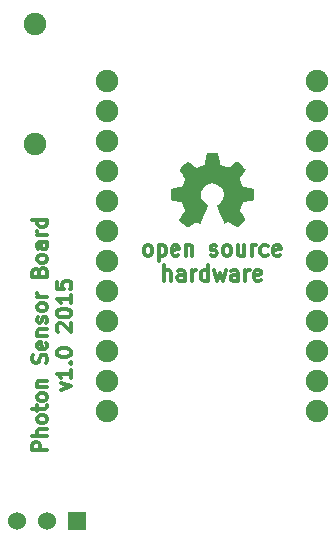
<source format=gts>
G04 (created by PCBNEW (2013-may-18)-stable) date Fre 02 Okt 2015 15:50:02 CEST*
%MOIN*%
G04 Gerber Fmt 3.4, Leading zero omitted, Abs format*
%FSLAX34Y34*%
G01*
G70*
G90*
G04 APERTURE LIST*
%ADD10C,0.00590551*%
%ADD11C,0.011811*%
%ADD12C,0.0001*%
%ADD13R,0.06X0.06*%
%ADD14C,0.06*%
%ADD15C,0.0748031*%
G04 APERTURE END LIST*
G54D10*
G54D11*
X43703Y-53547D02*
X43211Y-53547D01*
X43211Y-53360D01*
X43234Y-53313D01*
X43257Y-53290D01*
X43304Y-53266D01*
X43375Y-53266D01*
X43421Y-53290D01*
X43445Y-53313D01*
X43468Y-53360D01*
X43468Y-53547D01*
X43703Y-53055D02*
X43211Y-53055D01*
X43703Y-52844D02*
X43445Y-52844D01*
X43398Y-52868D01*
X43375Y-52915D01*
X43375Y-52985D01*
X43398Y-53032D01*
X43421Y-53055D01*
X43703Y-52540D02*
X43679Y-52587D01*
X43656Y-52610D01*
X43609Y-52634D01*
X43468Y-52634D01*
X43421Y-52610D01*
X43398Y-52587D01*
X43375Y-52540D01*
X43375Y-52470D01*
X43398Y-52423D01*
X43421Y-52399D01*
X43468Y-52376D01*
X43609Y-52376D01*
X43656Y-52399D01*
X43679Y-52423D01*
X43703Y-52470D01*
X43703Y-52540D01*
X43375Y-52235D02*
X43375Y-52048D01*
X43211Y-52165D02*
X43632Y-52165D01*
X43679Y-52141D01*
X43703Y-52095D01*
X43703Y-52048D01*
X43703Y-51813D02*
X43679Y-51860D01*
X43656Y-51884D01*
X43609Y-51907D01*
X43468Y-51907D01*
X43421Y-51884D01*
X43398Y-51860D01*
X43375Y-51813D01*
X43375Y-51743D01*
X43398Y-51696D01*
X43421Y-51673D01*
X43468Y-51649D01*
X43609Y-51649D01*
X43656Y-51673D01*
X43679Y-51696D01*
X43703Y-51743D01*
X43703Y-51813D01*
X43375Y-51438D02*
X43703Y-51438D01*
X43421Y-51438D02*
X43398Y-51415D01*
X43375Y-51368D01*
X43375Y-51298D01*
X43398Y-51251D01*
X43445Y-51227D01*
X43703Y-51227D01*
X43679Y-50642D02*
X43703Y-50571D01*
X43703Y-50454D01*
X43679Y-50407D01*
X43656Y-50384D01*
X43609Y-50360D01*
X43562Y-50360D01*
X43515Y-50384D01*
X43492Y-50407D01*
X43468Y-50454D01*
X43445Y-50548D01*
X43421Y-50595D01*
X43398Y-50618D01*
X43351Y-50642D01*
X43304Y-50642D01*
X43257Y-50618D01*
X43234Y-50595D01*
X43211Y-50548D01*
X43211Y-50431D01*
X43234Y-50360D01*
X43679Y-49962D02*
X43703Y-50009D01*
X43703Y-50103D01*
X43679Y-50149D01*
X43632Y-50173D01*
X43445Y-50173D01*
X43398Y-50149D01*
X43375Y-50103D01*
X43375Y-50009D01*
X43398Y-49962D01*
X43445Y-49939D01*
X43492Y-49939D01*
X43539Y-50173D01*
X43375Y-49728D02*
X43703Y-49728D01*
X43421Y-49728D02*
X43398Y-49704D01*
X43375Y-49657D01*
X43375Y-49587D01*
X43398Y-49540D01*
X43445Y-49517D01*
X43703Y-49517D01*
X43679Y-49306D02*
X43703Y-49259D01*
X43703Y-49165D01*
X43679Y-49118D01*
X43632Y-49095D01*
X43609Y-49095D01*
X43562Y-49118D01*
X43539Y-49165D01*
X43539Y-49236D01*
X43515Y-49282D01*
X43468Y-49306D01*
X43445Y-49306D01*
X43398Y-49282D01*
X43375Y-49236D01*
X43375Y-49165D01*
X43398Y-49118D01*
X43703Y-48814D02*
X43679Y-48861D01*
X43656Y-48884D01*
X43609Y-48907D01*
X43468Y-48907D01*
X43421Y-48884D01*
X43398Y-48861D01*
X43375Y-48814D01*
X43375Y-48743D01*
X43398Y-48697D01*
X43421Y-48673D01*
X43468Y-48650D01*
X43609Y-48650D01*
X43656Y-48673D01*
X43679Y-48697D01*
X43703Y-48743D01*
X43703Y-48814D01*
X43703Y-48439D02*
X43375Y-48439D01*
X43468Y-48439D02*
X43421Y-48415D01*
X43398Y-48392D01*
X43375Y-48345D01*
X43375Y-48298D01*
X43445Y-47595D02*
X43468Y-47525D01*
X43492Y-47501D01*
X43539Y-47478D01*
X43609Y-47478D01*
X43656Y-47501D01*
X43679Y-47525D01*
X43703Y-47572D01*
X43703Y-47759D01*
X43211Y-47759D01*
X43211Y-47595D01*
X43234Y-47548D01*
X43257Y-47525D01*
X43304Y-47501D01*
X43351Y-47501D01*
X43398Y-47525D01*
X43421Y-47548D01*
X43445Y-47595D01*
X43445Y-47759D01*
X43703Y-47197D02*
X43679Y-47244D01*
X43656Y-47267D01*
X43609Y-47290D01*
X43468Y-47290D01*
X43421Y-47267D01*
X43398Y-47244D01*
X43375Y-47197D01*
X43375Y-47126D01*
X43398Y-47080D01*
X43421Y-47056D01*
X43468Y-47033D01*
X43609Y-47033D01*
X43656Y-47056D01*
X43679Y-47080D01*
X43703Y-47126D01*
X43703Y-47197D01*
X43703Y-46611D02*
X43445Y-46611D01*
X43398Y-46634D01*
X43375Y-46681D01*
X43375Y-46775D01*
X43398Y-46822D01*
X43679Y-46611D02*
X43703Y-46658D01*
X43703Y-46775D01*
X43679Y-46822D01*
X43632Y-46845D01*
X43585Y-46845D01*
X43539Y-46822D01*
X43515Y-46775D01*
X43515Y-46658D01*
X43492Y-46611D01*
X43703Y-46377D02*
X43375Y-46377D01*
X43468Y-46377D02*
X43421Y-46353D01*
X43398Y-46330D01*
X43375Y-46283D01*
X43375Y-46236D01*
X43703Y-45861D02*
X43211Y-45861D01*
X43679Y-45861D02*
X43703Y-45908D01*
X43703Y-46002D01*
X43679Y-46048D01*
X43656Y-46072D01*
X43609Y-46095D01*
X43468Y-46095D01*
X43421Y-46072D01*
X43398Y-46048D01*
X43375Y-46002D01*
X43375Y-45908D01*
X43398Y-45861D01*
X44182Y-51532D02*
X44510Y-51415D01*
X44182Y-51298D01*
X44510Y-50853D02*
X44510Y-51134D01*
X44510Y-50993D02*
X44018Y-50993D01*
X44088Y-51040D01*
X44135Y-51087D01*
X44158Y-51134D01*
X44463Y-50642D02*
X44486Y-50618D01*
X44510Y-50642D01*
X44486Y-50665D01*
X44463Y-50642D01*
X44510Y-50642D01*
X44018Y-50314D02*
X44018Y-50267D01*
X44041Y-50220D01*
X44064Y-50196D01*
X44111Y-50173D01*
X44205Y-50149D01*
X44322Y-50149D01*
X44416Y-50173D01*
X44463Y-50196D01*
X44486Y-50220D01*
X44510Y-50267D01*
X44510Y-50314D01*
X44486Y-50360D01*
X44463Y-50384D01*
X44416Y-50407D01*
X44322Y-50431D01*
X44205Y-50431D01*
X44111Y-50407D01*
X44064Y-50384D01*
X44041Y-50360D01*
X44018Y-50314D01*
X44064Y-49587D02*
X44041Y-49564D01*
X44018Y-49517D01*
X44018Y-49400D01*
X44041Y-49353D01*
X44064Y-49329D01*
X44111Y-49306D01*
X44158Y-49306D01*
X44229Y-49329D01*
X44510Y-49610D01*
X44510Y-49306D01*
X44018Y-49001D02*
X44018Y-48954D01*
X44041Y-48907D01*
X44064Y-48884D01*
X44111Y-48861D01*
X44205Y-48837D01*
X44322Y-48837D01*
X44416Y-48861D01*
X44463Y-48884D01*
X44486Y-48907D01*
X44510Y-48954D01*
X44510Y-49001D01*
X44486Y-49048D01*
X44463Y-49071D01*
X44416Y-49095D01*
X44322Y-49118D01*
X44205Y-49118D01*
X44111Y-49095D01*
X44064Y-49071D01*
X44041Y-49048D01*
X44018Y-49001D01*
X44510Y-48368D02*
X44510Y-48650D01*
X44510Y-48509D02*
X44018Y-48509D01*
X44088Y-48556D01*
X44135Y-48603D01*
X44158Y-48650D01*
X44018Y-47923D02*
X44018Y-48158D01*
X44252Y-48181D01*
X44229Y-48158D01*
X44205Y-48111D01*
X44205Y-47994D01*
X44229Y-47947D01*
X44252Y-47923D01*
X44299Y-47900D01*
X44416Y-47900D01*
X44463Y-47923D01*
X44486Y-47947D01*
X44510Y-47994D01*
X44510Y-48111D01*
X44486Y-48158D01*
X44463Y-48181D01*
X47031Y-47057D02*
X46982Y-47033D01*
X46958Y-47008D01*
X46933Y-46960D01*
X46933Y-46813D01*
X46958Y-46765D01*
X46982Y-46740D01*
X47031Y-46716D01*
X47104Y-46716D01*
X47153Y-46740D01*
X47177Y-46765D01*
X47201Y-46813D01*
X47201Y-46960D01*
X47177Y-47008D01*
X47153Y-47033D01*
X47104Y-47057D01*
X47031Y-47057D01*
X47421Y-46716D02*
X47421Y-47228D01*
X47421Y-46740D02*
X47470Y-46716D01*
X47567Y-46716D01*
X47616Y-46740D01*
X47640Y-46765D01*
X47664Y-46813D01*
X47664Y-46960D01*
X47640Y-47008D01*
X47616Y-47033D01*
X47567Y-47057D01*
X47470Y-47057D01*
X47421Y-47033D01*
X48079Y-47033D02*
X48030Y-47057D01*
X47933Y-47057D01*
X47884Y-47033D01*
X47859Y-46984D01*
X47859Y-46789D01*
X47884Y-46740D01*
X47933Y-46716D01*
X48030Y-46716D01*
X48079Y-46740D01*
X48103Y-46789D01*
X48103Y-46838D01*
X47859Y-46886D01*
X48323Y-46716D02*
X48323Y-47057D01*
X48323Y-46765D02*
X48347Y-46740D01*
X48396Y-46716D01*
X48469Y-46716D01*
X48517Y-46740D01*
X48542Y-46789D01*
X48542Y-47057D01*
X49151Y-47033D02*
X49200Y-47057D01*
X49297Y-47057D01*
X49346Y-47033D01*
X49371Y-46984D01*
X49371Y-46960D01*
X49346Y-46911D01*
X49297Y-46886D01*
X49224Y-46886D01*
X49176Y-46862D01*
X49151Y-46813D01*
X49151Y-46789D01*
X49176Y-46740D01*
X49224Y-46716D01*
X49297Y-46716D01*
X49346Y-46740D01*
X49663Y-47057D02*
X49614Y-47033D01*
X49590Y-47008D01*
X49565Y-46960D01*
X49565Y-46813D01*
X49590Y-46765D01*
X49614Y-46740D01*
X49663Y-46716D01*
X49736Y-46716D01*
X49785Y-46740D01*
X49809Y-46765D01*
X49834Y-46813D01*
X49834Y-46960D01*
X49809Y-47008D01*
X49785Y-47033D01*
X49736Y-47057D01*
X49663Y-47057D01*
X50272Y-46716D02*
X50272Y-47057D01*
X50053Y-46716D02*
X50053Y-46984D01*
X50077Y-47033D01*
X50126Y-47057D01*
X50199Y-47057D01*
X50248Y-47033D01*
X50272Y-47008D01*
X50516Y-47057D02*
X50516Y-46716D01*
X50516Y-46813D02*
X50540Y-46765D01*
X50565Y-46740D01*
X50613Y-46716D01*
X50662Y-46716D01*
X51052Y-47033D02*
X51003Y-47057D01*
X50906Y-47057D01*
X50857Y-47033D01*
X50833Y-47008D01*
X50808Y-46960D01*
X50808Y-46813D01*
X50833Y-46765D01*
X50857Y-46740D01*
X50906Y-46716D01*
X51003Y-46716D01*
X51052Y-46740D01*
X51467Y-47033D02*
X51418Y-47057D01*
X51320Y-47057D01*
X51272Y-47033D01*
X51247Y-46984D01*
X51247Y-46789D01*
X51272Y-46740D01*
X51320Y-46716D01*
X51418Y-46716D01*
X51467Y-46740D01*
X51491Y-46789D01*
X51491Y-46838D01*
X51247Y-46886D01*
X47604Y-47892D02*
X47604Y-47380D01*
X47823Y-47892D02*
X47823Y-47624D01*
X47799Y-47575D01*
X47750Y-47550D01*
X47677Y-47550D01*
X47628Y-47575D01*
X47604Y-47599D01*
X48286Y-47892D02*
X48286Y-47624D01*
X48262Y-47575D01*
X48213Y-47550D01*
X48115Y-47550D01*
X48067Y-47575D01*
X48286Y-47867D02*
X48237Y-47892D01*
X48115Y-47892D01*
X48067Y-47867D01*
X48042Y-47819D01*
X48042Y-47770D01*
X48067Y-47721D01*
X48115Y-47697D01*
X48237Y-47697D01*
X48286Y-47672D01*
X48530Y-47892D02*
X48530Y-47550D01*
X48530Y-47648D02*
X48554Y-47599D01*
X48578Y-47575D01*
X48627Y-47550D01*
X48676Y-47550D01*
X49066Y-47892D02*
X49066Y-47380D01*
X49066Y-47867D02*
X49017Y-47892D01*
X48920Y-47892D01*
X48871Y-47867D01*
X48847Y-47843D01*
X48822Y-47794D01*
X48822Y-47648D01*
X48847Y-47599D01*
X48871Y-47575D01*
X48920Y-47550D01*
X49017Y-47550D01*
X49066Y-47575D01*
X49261Y-47550D02*
X49358Y-47892D01*
X49456Y-47648D01*
X49553Y-47892D01*
X49651Y-47550D01*
X50065Y-47892D02*
X50065Y-47624D01*
X50041Y-47575D01*
X49992Y-47550D01*
X49895Y-47550D01*
X49846Y-47575D01*
X50065Y-47867D02*
X50016Y-47892D01*
X49895Y-47892D01*
X49846Y-47867D01*
X49821Y-47819D01*
X49821Y-47770D01*
X49846Y-47721D01*
X49895Y-47697D01*
X50016Y-47697D01*
X50065Y-47672D01*
X50309Y-47892D02*
X50309Y-47550D01*
X50309Y-47648D02*
X50333Y-47599D01*
X50358Y-47575D01*
X50406Y-47550D01*
X50455Y-47550D01*
X50821Y-47867D02*
X50772Y-47892D01*
X50674Y-47892D01*
X50626Y-47867D01*
X50601Y-47819D01*
X50601Y-47624D01*
X50626Y-47575D01*
X50674Y-47550D01*
X50772Y-47550D01*
X50821Y-47575D01*
X50845Y-47624D01*
X50845Y-47672D01*
X50601Y-47721D01*
G54D12*
G36*
X48377Y-46119D02*
X48391Y-46111D01*
X48424Y-46091D01*
X48470Y-46061D01*
X48524Y-46024D01*
X48579Y-45987D01*
X48623Y-45957D01*
X48655Y-45937D01*
X48668Y-45930D01*
X48675Y-45932D01*
X48701Y-45945D01*
X48739Y-45964D01*
X48760Y-45976D01*
X48795Y-45991D01*
X48812Y-45994D01*
X48815Y-45989D01*
X48828Y-45962D01*
X48848Y-45917D01*
X48874Y-45858D01*
X48903Y-45788D01*
X48935Y-45712D01*
X48967Y-45635D01*
X48998Y-45562D01*
X49025Y-45496D01*
X49046Y-45442D01*
X49061Y-45405D01*
X49066Y-45389D01*
X49064Y-45386D01*
X49047Y-45369D01*
X49017Y-45346D01*
X48952Y-45293D01*
X48887Y-45213D01*
X48848Y-45122D01*
X48835Y-45020D01*
X48846Y-44926D01*
X48883Y-44836D01*
X48946Y-44755D01*
X49022Y-44695D01*
X49112Y-44656D01*
X49212Y-44644D01*
X49308Y-44655D01*
X49400Y-44691D01*
X49481Y-44753D01*
X49516Y-44793D01*
X49563Y-44875D01*
X49590Y-44963D01*
X49593Y-44985D01*
X49589Y-45082D01*
X49560Y-45175D01*
X49509Y-45258D01*
X49438Y-45326D01*
X49429Y-45332D01*
X49396Y-45357D01*
X49374Y-45374D01*
X49357Y-45388D01*
X49480Y-45684D01*
X49500Y-45732D01*
X49534Y-45813D01*
X49564Y-45883D01*
X49587Y-45938D01*
X49604Y-45975D01*
X49611Y-45990D01*
X49612Y-45991D01*
X49623Y-45993D01*
X49645Y-45985D01*
X49687Y-45965D01*
X49714Y-45951D01*
X49746Y-45935D01*
X49760Y-45930D01*
X49772Y-45936D01*
X49802Y-45956D01*
X49846Y-45985D01*
X49899Y-46021D01*
X49950Y-46056D01*
X49996Y-46086D01*
X50030Y-46108D01*
X50046Y-46117D01*
X50049Y-46117D01*
X50064Y-46109D01*
X50090Y-46086D01*
X50131Y-46048D01*
X50188Y-45992D01*
X50197Y-45983D01*
X50244Y-45935D01*
X50282Y-45895D01*
X50307Y-45867D01*
X50317Y-45854D01*
X50317Y-45854D01*
X50308Y-45838D01*
X50287Y-45804D01*
X50256Y-45757D01*
X50218Y-45702D01*
X50120Y-45559D01*
X50174Y-45424D01*
X50191Y-45383D01*
X50212Y-45333D01*
X50227Y-45297D01*
X50235Y-45282D01*
X50250Y-45276D01*
X50287Y-45268D01*
X50340Y-45257D01*
X50404Y-45245D01*
X50465Y-45233D01*
X50520Y-45223D01*
X50559Y-45215D01*
X50577Y-45212D01*
X50581Y-45209D01*
X50585Y-45201D01*
X50587Y-45182D01*
X50589Y-45149D01*
X50589Y-45096D01*
X50589Y-45020D01*
X50589Y-45012D01*
X50589Y-44939D01*
X50587Y-44882D01*
X50585Y-44844D01*
X50583Y-44829D01*
X50583Y-44829D01*
X50566Y-44825D01*
X50527Y-44817D01*
X50472Y-44806D01*
X50407Y-44794D01*
X50403Y-44793D01*
X50337Y-44780D01*
X50283Y-44769D01*
X50245Y-44760D01*
X50228Y-44755D01*
X50225Y-44751D01*
X50212Y-44725D01*
X50193Y-44685D01*
X50172Y-44635D01*
X50150Y-44584D01*
X50132Y-44538D01*
X50120Y-44504D01*
X50116Y-44488D01*
X50116Y-44488D01*
X50126Y-44472D01*
X50148Y-44439D01*
X50180Y-44392D01*
X50218Y-44336D01*
X50221Y-44332D01*
X50258Y-44277D01*
X50289Y-44230D01*
X50309Y-44197D01*
X50317Y-44182D01*
X50316Y-44181D01*
X50304Y-44165D01*
X50276Y-44133D01*
X50236Y-44091D01*
X50187Y-44043D01*
X50172Y-44028D01*
X50119Y-43975D01*
X50081Y-43941D01*
X50058Y-43923D01*
X50047Y-43919D01*
X50047Y-43919D01*
X50030Y-43929D01*
X49995Y-43952D01*
X49948Y-43984D01*
X49892Y-44022D01*
X49888Y-44024D01*
X49833Y-44062D01*
X49787Y-44093D01*
X49755Y-44115D01*
X49741Y-44123D01*
X49738Y-44123D01*
X49716Y-44117D01*
X49677Y-44103D01*
X49628Y-44084D01*
X49577Y-44064D01*
X49531Y-44044D01*
X49496Y-44028D01*
X49480Y-44019D01*
X49479Y-44018D01*
X49474Y-43998D01*
X49464Y-43957D01*
X49452Y-43900D01*
X49440Y-43833D01*
X49438Y-43822D01*
X49425Y-43757D01*
X49415Y-43702D01*
X49407Y-43665D01*
X49403Y-43649D01*
X49394Y-43647D01*
X49362Y-43645D01*
X49313Y-43644D01*
X49253Y-43643D01*
X49191Y-43643D01*
X49130Y-43645D01*
X49078Y-43647D01*
X49041Y-43649D01*
X49026Y-43652D01*
X49025Y-43653D01*
X49019Y-43673D01*
X49010Y-43715D01*
X48999Y-43772D01*
X48986Y-43839D01*
X48984Y-43851D01*
X48971Y-43917D01*
X48960Y-43971D01*
X48952Y-44007D01*
X48948Y-44022D01*
X48942Y-44025D01*
X48915Y-44037D01*
X48871Y-44055D01*
X48817Y-44077D01*
X48691Y-44128D01*
X48536Y-44022D01*
X48522Y-44013D01*
X48466Y-43975D01*
X48421Y-43944D01*
X48389Y-43924D01*
X48376Y-43916D01*
X48375Y-43917D01*
X48359Y-43930D01*
X48328Y-43959D01*
X48287Y-44000D01*
X48238Y-44048D01*
X48202Y-44084D01*
X48159Y-44128D01*
X48132Y-44157D01*
X48118Y-44176D01*
X48112Y-44187D01*
X48114Y-44194D01*
X48124Y-44210D01*
X48146Y-44244D01*
X48178Y-44291D01*
X48216Y-44346D01*
X48247Y-44392D01*
X48280Y-44444D01*
X48302Y-44481D01*
X48310Y-44499D01*
X48308Y-44506D01*
X48297Y-44537D01*
X48279Y-44582D01*
X48255Y-44637D01*
X48202Y-44759D01*
X48121Y-44775D01*
X48073Y-44784D01*
X48005Y-44797D01*
X47940Y-44810D01*
X47838Y-44829D01*
X47834Y-45202D01*
X47850Y-45209D01*
X47865Y-45213D01*
X47903Y-45221D01*
X47957Y-45232D01*
X48020Y-45244D01*
X48074Y-45254D01*
X48128Y-45265D01*
X48167Y-45272D01*
X48185Y-45276D01*
X48189Y-45282D01*
X48203Y-45308D01*
X48222Y-45350D01*
X48244Y-45400D01*
X48266Y-45453D01*
X48285Y-45501D01*
X48298Y-45538D01*
X48303Y-45557D01*
X48296Y-45571D01*
X48275Y-45603D01*
X48245Y-45649D01*
X48208Y-45703D01*
X48171Y-45757D01*
X48140Y-45803D01*
X48118Y-45836D01*
X48109Y-45851D01*
X48114Y-45862D01*
X48135Y-45888D01*
X48176Y-45930D01*
X48237Y-45990D01*
X48247Y-46000D01*
X48295Y-46046D01*
X48336Y-46084D01*
X48364Y-46109D01*
X48377Y-46119D01*
X48377Y-46119D01*
G37*
G54D13*
X44700Y-55905D03*
G54D14*
X43700Y-55905D03*
X42700Y-55905D03*
G54D15*
X43307Y-39338D03*
X43307Y-43338D03*
X45712Y-41244D03*
X45712Y-42244D03*
X45712Y-43244D03*
X45712Y-44244D03*
X45712Y-45244D03*
X45712Y-46244D03*
X45712Y-47244D03*
X45712Y-48244D03*
X45712Y-49244D03*
X45712Y-50244D03*
X45712Y-51244D03*
X45712Y-52244D03*
X52712Y-41244D03*
X52712Y-42244D03*
X52712Y-43244D03*
X52712Y-44244D03*
X52712Y-45244D03*
X52712Y-46244D03*
X52712Y-47244D03*
X52712Y-48244D03*
X52712Y-49244D03*
X52712Y-50244D03*
X52712Y-51244D03*
X52712Y-52244D03*
M02*

</source>
